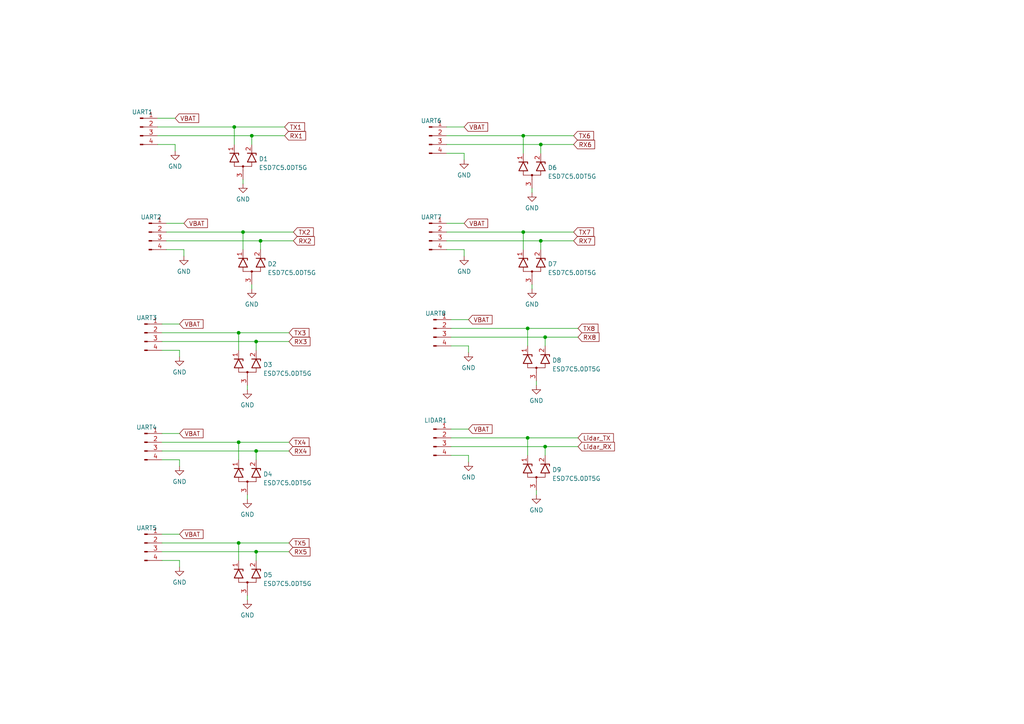
<source format=kicad_sch>
(kicad_sch (version 20231120) (generator "eeschema") (generator_version "8.0")
  (paper "A4")
  (lib_symbols
    (symbol "Connector:Conn_01x04_Male" (pin_names (offset 1.016) hide)
      (property "Reference" "J" (at 0 5.08 0))
      (property "Value" "Conn_01x04_Male" (at 0 -7.62 0))
      (symbol "Conn_01x04_Male_1_1"
        (polyline (pts (xy 1.27 -5.08) (xy 0.8636 -5.08)) (stroke (width 0.1524)))
        (polyline (pts (xy 1.27 -2.54) (xy 0.8636 -2.54)) (stroke (width 0.1524)))
        (polyline (pts (xy 1.27 0) (xy 0.8636 0)) (stroke (width 0.1524)))
        (polyline (pts (xy 1.27 2.54) (xy 0.8636 2.54)) (stroke (width 0.1524)))
        (rectangle (start 0.8636 -4.953) (end 0 -5.207) (stroke (width 0.1524)) (fill (type outline)))
        (rectangle (start 0.8636 -2.413) (end 0 -2.667) (stroke (width 0.1524)) (fill (type outline)))
        (rectangle (start 0.8636 0.127) (end 0 -0.127) (stroke (width 0.1524)) (fill (type outline)))
        (rectangle (start 0.8636 2.667) (end 0 2.413) (stroke (width 0.1524)) (fill (type outline)))
        (pin passive line (at 5.08 2.54 180) (length 3.81) (name "Pin_1") (number "1"))
        (pin passive line (at 5.08 0 180) (length 3.81) (name "Pin_2") (number "2"))
        (pin passive line (at 5.08 -2.54 180) (length 3.81) (name "Pin_3") (number "3"))
        (pin passive line (at 5.08 -5.08 180) (length 3.81) (name "Pin_4") (number "4"))
      )
    )
    (symbol "Power_Protection:RCLAMP0582B" (pin_names hide)
      (property "Reference" "D" (at 0 5.08 0))
      (property "Value" "RCLAMP0582B" (at 0 -5.08 0))
      (symbol "RCLAMP0582B_0_1"
        (polyline (pts (xy -2.54 0) (xy -1.27 0)))
        (polyline (pts (xy -1.27 2.54) (xy -1.27 -2.54)))
        (polyline (pts (xy 0 2.54) (xy -1.27 2.54)) (stroke (width 0.1524)))
        (polyline (pts (xy 2.54 3.81) (xy 2.54 1.27) (xy 2.032 1.27)) (stroke (width 0.254)))
        (polyline (pts (xy 0 1.27) (xy 0 3.81) (xy 2.54 2.54) (xy 0 1.27)) (stroke (width 0.254)))
        (pin passive line (at -5.08 0 0) (length 2.54) (name "A") (number "3"))
      )
      (symbol "RCLAMP0582B_1_1"
        (circle (center -1.27 0) (radius 0.254) (fill (type outline)))
        (polyline (pts (xy 0 -2.54) (xy -1.27 -2.54)) (stroke (width 0.1524)))
        (polyline (pts (xy 2.54 -1.27) (xy 2.54 -3.81) (xy 2.032 -3.81)) (stroke (width 0.254)))
        (polyline (pts (xy 0 -3.81) (xy 0 -1.27) (xy 2.54 -2.54) (xy 0 -3.81)) (stroke (width 0.254)))
        (pin passive line (at 5.08 2.54 180) (length 2.54) (name "K1") (number "1"))
        (pin passive line (at 5.08 -2.54 180) (length 2.54) (name "K2") (number "2"))
      )
    )
    (symbol "power:GND" (power) (pin_names (offset 0))
      (property "Value" "GND" (at 0 -3.81 0))
      (symbol "GND_0_1"
        (polyline (pts (xy 0 0) (xy 0 -1.27) (xy 1.27 -1.27) (xy 0 -2.54) (xy -1.27 -1.27) (xy 0 -1.27)))
      )
      (symbol "GND_1_1"
        (pin power_in line (at 0 0 270) (length 0) hide (name "GND") (number "1"))
      )
    )
  )
  (junction (at 158.115 129.54))
  (junction (at 74.295 130.81))
  (junction (at 67.945 36.83))
  (junction (at 156.845 41.91))
  (junction (at 158.115 97.79))
  (junction (at 151.765 67.31))
  (junction (at 74.295 99.06))
  (junction (at 156.845 69.85))
  (junction (at 153.035 95.25))
  (junction (at 153.035 127))
  (junction (at 69.215 157.48))
  (junction (at 69.215 128.27))
  (junction (at 73.025 39.37))
  (junction (at 74.295 160.02))
  (junction (at 70.485 67.31))
  (junction (at 75.565 69.85))
  (junction (at 69.215 96.52))
  (junction (at 151.765 39.37))
  (wire (pts (xy 153.035 95.25) (xy 167.64 95.25)))
  (wire (pts (xy 69.215 157.48) (xy 69.215 162.56)))
  (wire (pts (xy 46.99 96.52) (xy 69.215 96.52)))
  (wire (pts (xy 71.755 113.03) (xy 71.755 111.76)))
  (wire (pts (xy 75.565 69.85) (xy 75.565 72.39)))
  (wire (pts (xy 69.215 96.52) (xy 83.82 96.52)))
  (wire (pts (xy 73.025 83.82) (xy 73.025 82.55)))
  (wire (pts (xy 156.845 41.91) (xy 166.37 41.91)))
  (wire (pts (xy 48.26 67.31) (xy 70.485 67.31)))
  (wire (pts (xy 73.025 39.37) (xy 73.025 41.91)))
  (wire (pts (xy 70.485 67.31) (xy 85.09 67.31)))
  (wire (pts (xy 134.62 72.39) (xy 129.54 72.39)))
  (wire (pts (xy 154.305 83.82) (xy 154.305 82.55)))
  (wire (pts (xy 158.115 129.54) (xy 158.115 132.08)))
  (wire (pts (xy 156.845 69.85) (xy 166.37 69.85)))
  (wire (pts (xy 134.62 74.295) (xy 134.62 72.39)))
  (wire (pts (xy 69.215 96.52) (xy 69.215 101.6)))
  (wire (pts (xy 130.81 97.79) (xy 158.115 97.79)))
  (wire (pts (xy 46.99 157.48) (xy 69.215 157.48)))
  (wire (pts (xy 46.99 93.98) (xy 52.07 93.98)))
  (wire (pts (xy 135.89 102.235) (xy 135.89 100.33)))
  (wire (pts (xy 74.295 99.06) (xy 74.295 101.6)))
  (wire (pts (xy 46.99 128.27) (xy 69.215 128.27)))
  (wire (pts (xy 156.845 41.91) (xy 156.845 44.45)))
  (wire (pts (xy 155.575 143.51) (xy 155.575 142.24)))
  (wire (pts (xy 48.26 64.77) (xy 53.34 64.77)))
  (wire (pts (xy 71.755 144.78) (xy 71.755 143.51)))
  (wire (pts (xy 50.8 41.91) (xy 45.72 41.91)))
  (wire (pts (xy 67.945 36.83) (xy 82.55 36.83)))
  (wire (pts (xy 151.765 39.37) (xy 151.765 44.45)))
  (wire (pts (xy 48.26 69.85) (xy 75.565 69.85)))
  (wire (pts (xy 50.8 43.815) (xy 50.8 41.91)))
  (wire (pts (xy 154.305 55.88) (xy 154.305 54.61)))
  (wire (pts (xy 69.215 157.48) (xy 83.82 157.48)))
  (wire (pts (xy 130.81 95.25) (xy 153.035 95.25)))
  (wire (pts (xy 74.295 130.81) (xy 83.82 130.81)))
  (wire (pts (xy 52.07 101.6) (xy 46.99 101.6)))
  (wire (pts (xy 129.54 39.37) (xy 151.765 39.37)))
  (wire (pts (xy 74.295 160.02) (xy 74.295 162.56)))
  (wire (pts (xy 70.485 53.34) (xy 70.485 52.07)))
  (wire (pts (xy 69.215 128.27) (xy 83.82 128.27)))
  (wire (pts (xy 71.755 173.99) (xy 71.755 172.72)))
  (wire (pts (xy 52.07 162.56) (xy 46.99 162.56)))
  (wire (pts (xy 129.54 41.91) (xy 156.845 41.91)))
  (wire (pts (xy 53.34 74.295) (xy 53.34 72.39)))
  (wire (pts (xy 134.62 46.355) (xy 134.62 44.45)))
  (wire (pts (xy 46.99 99.06) (xy 74.295 99.06)))
  (wire (pts (xy 75.565 69.85) (xy 85.09 69.85)))
  (wire (pts (xy 52.07 103.505) (xy 52.07 101.6)))
  (wire (pts (xy 135.89 133.985) (xy 135.89 132.08)))
  (wire (pts (xy 45.72 34.29) (xy 50.8 34.29)))
  (wire (pts (xy 153.035 95.25) (xy 153.035 100.33)))
  (wire (pts (xy 151.765 67.31) (xy 151.765 72.39)))
  (wire (pts (xy 134.62 44.45) (xy 129.54 44.45)))
  (wire (pts (xy 67.945 36.83) (xy 67.945 41.91)))
  (wire (pts (xy 155.575 111.76) (xy 155.575 110.49)))
  (wire (pts (xy 70.485 67.31) (xy 70.485 72.39)))
  (wire (pts (xy 130.81 124.46) (xy 135.89 124.46)))
  (wire (pts (xy 74.295 99.06) (xy 83.82 99.06)))
  (wire (pts (xy 135.89 100.33) (xy 130.81 100.33)))
  (wire (pts (xy 46.99 125.73) (xy 52.07 125.73)))
  (wire (pts (xy 46.99 130.81) (xy 74.295 130.81)))
  (wire (pts (xy 74.295 160.02) (xy 83.82 160.02)))
  (wire (pts (xy 130.81 129.54) (xy 158.115 129.54)))
  (wire (pts (xy 158.115 97.79) (xy 167.64 97.79)))
  (wire (pts (xy 158.115 97.79) (xy 158.115 100.33)))
  (wire (pts (xy 45.72 39.37) (xy 73.025 39.37)))
  (wire (pts (xy 45.72 36.83) (xy 67.945 36.83)))
  (wire (pts (xy 74.295 130.81) (xy 74.295 133.35)))
  (wire (pts (xy 69.215 128.27) (xy 69.215 133.35)))
  (wire (pts (xy 52.07 135.255) (xy 52.07 133.35)))
  (wire (pts (xy 151.765 39.37) (xy 166.37 39.37)))
  (wire (pts (xy 73.025 39.37) (xy 82.55 39.37)))
  (wire (pts (xy 52.07 133.35) (xy 46.99 133.35)))
  (wire (pts (xy 130.81 127) (xy 153.035 127)))
  (wire (pts (xy 130.81 92.71) (xy 135.89 92.71)))
  (wire (pts (xy 129.54 67.31) (xy 151.765 67.31)))
  (wire (pts (xy 129.54 69.85) (xy 156.845 69.85)))
  (wire (pts (xy 46.99 160.02) (xy 74.295 160.02)))
  (wire (pts (xy 135.89 132.08) (xy 130.81 132.08)))
  (wire (pts (xy 153.035 127) (xy 153.035 132.08)))
  (wire (pts (xy 129.54 36.83) (xy 134.62 36.83)))
  (wire (pts (xy 46.99 154.94) (xy 52.07 154.94)))
  (wire (pts (xy 153.035 127) (xy 167.64 127)))
  (wire (pts (xy 156.845 69.85) (xy 156.845 72.39)))
  (wire (pts (xy 53.34 72.39) (xy 48.26 72.39)))
  (wire (pts (xy 52.07 164.465) (xy 52.07 162.56)))
  (wire (pts (xy 158.115 129.54) (xy 167.64 129.54)))
  (wire (pts (xy 129.54 64.77) (xy 134.62 64.77)))
  (wire (pts (xy 151.765 67.31) (xy 166.37 67.31)))
  (global_label "Lidar_RX" (shape input) (at 167.64 129.54 0) (property "Intersheetrefs" "${INTERSHEET_REFS}" (effects (hide yes))))
  (global_label "VBAT" (shape input) (at 134.62 64.77 0) (property "Intersheetrefs" "${INTERSHEET_REFS}" (effects (hide yes))))
  (global_label "RX6" (shape input) (at 166.37 41.91 0) (property "Intersheetrefs" "${INTERSHEET_REFS}" (effects (hide yes))))
  (global_label "VBAT" (shape input) (at 134.62 36.83 0) (property "Intersheetrefs" "${INTERSHEET_REFS}" (effects (hide yes))))
  (global_label "RX2" (shape input) (at 85.09 69.85 0) (property "Intersheetrefs" "${INTERSHEET_REFS}" (effects (hide yes))))
  (global_label "RX4" (shape input) (at 83.82 130.81 0) (property "Intersheetrefs" "${INTERSHEET_REFS}" (effects (hide yes))))
  (global_label "VBAT" (shape input) (at 52.07 93.98 0) (property "Intersheetrefs" "${INTERSHEET_REFS}" (effects (hide yes))))
  (global_label "RX3" (shape input) (at 83.82 99.06 0) (property "Intersheetrefs" "${INTERSHEET_REFS}" (effects (hide yes))))
  (global_label "TX6" (shape input) (at 166.37 39.37 0) (property "Intersheetrefs" "${INTERSHEET_REFS}" (effects (hide yes))))
  (global_label "RX1" (shape input) (at 82.55 39.37 0) (property "Intersheetrefs" "${INTERSHEET_REFS}" (effects (hide yes))))
  (global_label "TX3" (shape input) (at 83.82 96.52 0) (property "Intersheetrefs" "${INTERSHEET_REFS}" (effects (hide yes))))
  (global_label "VBAT" (shape input) (at 135.89 92.71 0) (property "Intersheetrefs" "${INTERSHEET_REFS}" (effects (hide yes))))
  (global_label "TX7" (shape input) (at 166.37 67.31 0) (property "Intersheetrefs" "${INTERSHEET_REFS}" (effects (hide yes))))
  (global_label "TX5" (shape input) (at 83.82 157.48 0) (property "Intersheetrefs" "${INTERSHEET_REFS}" (effects (hide yes))))
  (global_label "VBAT" (shape input) (at 52.07 125.73 0) (property "Intersheetrefs" "${INTERSHEET_REFS}" (effects (hide yes))))
  (global_label "RX7" (shape input) (at 166.37 69.85 0) (property "Intersheetrefs" "${INTERSHEET_REFS}" (effects (hide yes))))
  (global_label "RX5" (shape input) (at 83.82 160.02 0) (property "Intersheetrefs" "${INTERSHEET_REFS}" (effects (hide yes))))
  (global_label "TX1" (shape input) (at 82.55 36.83 0) (property "Intersheetrefs" "${INTERSHEET_REFS}" (effects (hide yes))))
  (global_label "VBAT" (shape input) (at 135.89 124.46 0) (property "Intersheetrefs" "${INTERSHEET_REFS}" (effects (hide yes))))
  (global_label "Lidar_TX" (shape input) (at 167.64 127 0) (property "Intersheetrefs" "${INTERSHEET_REFS}" (effects (hide yes))))
  (global_label "RX8" (shape input) (at 167.64 97.79 0) (property "Intersheetrefs" "${INTERSHEET_REFS}" (effects (hide yes))))
  (global_label "VBAT" (shape input) (at 52.07 154.94 0) (property "Intersheetrefs" "${INTERSHEET_REFS}" (effects (hide yes))))
  (global_label "VBAT" (shape input) (at 53.34 64.77 0) (property "Intersheetrefs" "${INTERSHEET_REFS}" (effects (hide yes))))
  (global_label "TX8" (shape input) (at 167.64 95.25 0) (property "Intersheetrefs" "${INTERSHEET_REFS}" (effects (hide yes))))
  (global_label "TX2" (shape input) (at 85.09 67.31 0) (property "Intersheetrefs" "${INTERSHEET_REFS}" (effects (hide yes))))
  (global_label "TX4" (shape input) (at 83.82 128.27 0) (property "Intersheetrefs" "${INTERSHEET_REFS}" (effects (hide yes))))
  (global_label "VBAT" (shape input) (at 50.8 34.29 0) (property "Intersheetrefs" "${INTERSHEET_REFS}" (effects (hide yes))))
  (symbol (lib_id "power:GND") (at 52.07 135.255 0) (unit 1)
    (property "Reference" "#PWR09" (effects (hide yes)))
    (property "Value" "GND" (at 52.07 139.6984 0))
  )
  (symbol (lib_id "Power_Protection:RCLAMP0582B") (at 154.305 49.53 90) (unit 1)
    (property "Reference" "D6" (at 158.877 48.6318 90) (effects (justify right)))
    (property "Value" "ESD7C5.0DT5G" (at 158.877 51.1687 90) (effects (justify right)))
    (property "Footprint" "Package_TO_SOT_SMD:SOT-416" (effects (hide yes)))
    (property "Datasheet" "https://www.mouser.fr/datasheet/2/308/1/ESD7C3_3D_D-2311593.pdf" (effects (hide yes)))
    (property "Mouser Part Number" "863-ESD7C5.0DT5G" (effects (hide yes)))
  )
  (symbol (lib_id "Power_Protection:RCLAMP0582B") (at 155.575 105.41 90) (unit 1)
    (property "Reference" "D8" (at 160.147 104.5118 90) (effects (justify right)))
    (property "Value" "ESD7C5.0DT5G" (at 160.147 107.0487 90) (effects (justify right)))
    (property "Footprint" "Package_TO_SOT_SMD:SOT-416" (effects (hide yes)))
    (property "Datasheet" "https://www.mouser.fr/datasheet/2/308/1/ESD7C3_3D_D-2311593.pdf" (effects (hide yes)))
    (property "Mouser Part Number" "863-ESD7C5.0DT5G" (effects (hide yes)))
  )
  (symbol (lib_id "Connector:Conn_01x04_Male") (at 125.73 95.25 0) (unit 1)
    (property "Reference" "UART8" (at 126.365 90.9137 0))
    (property "Value" "Conn_01x04_Male" (effects (hide yes)))
    (property "Footprint" "Connector_JST:JST_XH_B4B-XH-A_1x04_P2.50mm_Vertical" (effects (hide yes)))
  )
  (symbol (lib_id "power:GND") (at 154.305 55.88 0) (unit 1)
    (property "Reference" "#PWR014" (effects (hide yes)))
    (property "Value" "GND" (at 154.305 60.3234 0))
  )
  (symbol (lib_id "power:GND") (at 73.025 83.82 0) (unit 1)
    (property "Reference" "#PWR06" (effects (hide yes)))
    (property "Value" "GND" (at 73.025 88.2634 0))
  )
  (symbol (lib_id "Connector:Conn_01x04_Male") (at 124.46 39.37 0) (unit 1)
    (property "Reference" "UART6" (at 125.095 35.0337 0))
    (property "Value" "Conn_01x04_Male" (effects (hide yes)))
    (property "Footprint" "Connector_JST:JST_XH_B4B-XH-A_1x04_P2.50mm_Vertical" (effects (hide yes)))
  )
  (symbol (lib_id "power:GND") (at 50.8 43.815 0) (unit 1)
    (property "Reference" "#PWR03" (effects (hide yes)))
    (property "Value" "GND" (at 50.8 48.2584 0))
  )
  (symbol (lib_id "power:GND") (at 53.34 74.295 0) (unit 1)
    (property "Reference" "#PWR05" (effects (hide yes)))
    (property "Value" "GND" (at 53.34 78.7384 0))
  )
  (symbol (lib_id "power:GND") (at 134.62 46.355 0) (unit 1)
    (property "Reference" "#PWR013" (effects (hide yes)))
    (property "Value" "GND" (at 134.62 50.7984 0))
  )
  (symbol (lib_id "power:GND") (at 71.755 113.03 0) (unit 1)
    (property "Reference" "#PWR08" (effects (hide yes)))
    (property "Value" "GND" (at 71.755 117.4734 0))
  )
  (symbol (lib_id "Connector:Conn_01x04_Male") (at 124.46 67.31 0) (unit 1)
    (property "Reference" "UART7" (at 125.095 62.9737 0))
    (property "Value" "Conn_01x04_Male" (effects (hide yes)))
    (property "Footprint" "Connector_JST:JST_XH_B4B-XH-A_1x04_P2.50mm_Vertical" (effects (hide yes)))
  )
  (symbol (lib_id "Power_Protection:RCLAMP0582B") (at 71.755 167.64 90) (unit 1)
    (property "Reference" "D5" (at 76.327 166.7418 90) (effects (justify right)))
    (property "Value" "ESD7C5.0DT5G" (at 76.327 169.2787 90) (effects (justify right)))
    (property "Footprint" "Package_TO_SOT_SMD:SOT-416" (effects (hide yes)))
    (property "Datasheet" "https://www.mouser.fr/datasheet/2/308/1/ESD7C3_3D_D-2311593.pdf" (effects (hide yes)))
    (property "Mouser Part Number" "863-ESD7C5.0DT5G" (effects (hide yes)))
  )
  (symbol (lib_id "Connector:Conn_01x04_Male") (at 41.91 128.27 0) (unit 1)
    (property "Reference" "UART4" (at 42.545 123.9337 0))
    (property "Value" "Conn_01x04_Male" (effects (hide yes)))
    (property "Footprint" "Connector_JST:JST_XH_B4B-XH-A_1x04_P2.50mm_Vertical" (effects (hide yes)))
  )
  (symbol (lib_id "power:GND") (at 134.62 74.295 0) (unit 1)
    (property "Reference" "#PWR015" (effects (hide yes)))
    (property "Value" "GND" (at 134.62 78.7384 0))
  )
  (symbol (lib_id "power:GND") (at 135.89 133.985 0) (unit 1)
    (property "Reference" "#PWR019" (effects (hide yes)))
    (property "Value" "GND" (at 135.89 138.4284 0))
  )
  (symbol (lib_id "Power_Protection:RCLAMP0582B") (at 71.755 106.68 90) (unit 1)
    (property "Reference" "D3" (at 76.327 105.7818 90) (effects (justify right)))
    (property "Value" "ESD7C5.0DT5G" (at 76.327 108.3187 90) (effects (justify right)))
    (property "Footprint" "Package_TO_SOT_SMD:SOT-416" (effects (hide yes)))
    (property "Datasheet" "https://www.mouser.fr/datasheet/2/308/1/ESD7C3_3D_D-2311593.pdf" (effects (hide yes)))
    (property "Mouser Part Number" "863-ESD7C5.0DT5G" (effects (hide yes)))
  )
  (symbol (lib_id "Connector:Conn_01x04_Male") (at 41.91 157.48 0) (unit 1)
    (property "Reference" "UART5" (at 42.545 153.1437 0))
    (property "Value" "Conn_01x04_Male" (effects (hide yes)))
    (property "Footprint" "Connector_JST:JST_XH_B4B-XH-A_1x04_P2.50mm_Vertical" (effects (hide yes)))
  )
  (symbol (lib_id "power:GND") (at 135.89 102.235 0) (unit 1)
    (property "Reference" "#PWR017" (effects (hide yes)))
    (property "Value" "GND" (at 135.89 106.6784 0))
  )
  (symbol (lib_id "power:GND") (at 155.575 111.76 0) (unit 1)
    (property "Reference" "#PWR018" (effects (hide yes)))
    (property "Value" "GND" (at 155.575 116.2034 0))
  )
  (symbol (lib_id "Connector:Conn_01x04_Male") (at 41.91 96.52 0) (unit 1)
    (property "Reference" "UART3" (at 42.545 92.1837 0))
    (property "Value" "Conn_01x04_Male" (effects (hide yes)))
    (property "Footprint" "Connector_JST:JST_XH_B4B-XH-A_1x04_P2.50mm_Vertical" (effects (hide yes)))
  )
  (symbol (lib_id "power:GND") (at 70.485 53.34 0) (unit 1)
    (property "Reference" "#PWR04" (effects (hide yes)))
    (property "Value" "GND" (at 70.485 57.7834 0))
  )
  (symbol (lib_id "Power_Protection:RCLAMP0582B") (at 154.305 77.47 90) (unit 1)
    (property "Reference" "D7" (at 158.877 76.5718 90) (effects (justify right)))
    (property "Value" "ESD7C5.0DT5G" (at 158.877 79.1087 90) (effects (justify right)))
    (property "Footprint" "Package_TO_SOT_SMD:SOT-416" (effects (hide yes)))
    (property "Datasheet" "https://www.mouser.fr/datasheet/2/308/1/ESD7C3_3D_D-2311593.pdf" (effects (hide yes)))
    (property "Mouser Part Number" "863-ESD7C5.0DT5G" (effects (hide yes)))
  )
  (symbol (lib_id "power:GND") (at 155.575 143.51 0) (unit 1)
    (property "Reference" "#PWR020" (effects (hide yes)))
    (property "Value" "GND" (at 155.575 147.9534 0))
  )
  (symbol (lib_id "power:GND") (at 71.755 173.99 0) (unit 1)
    (property "Reference" "#PWR012" (effects (hide yes)))
    (property "Value" "GND" (at 71.755 178.4334 0))
  )
  (symbol (lib_id "Connector:Conn_01x04_Male") (at 40.64 36.83 0) (unit 1)
    (property "Reference" "UART1" (at 41.275 32.4937 0))
    (property "Value" "Conn_01x04_Male" (effects (hide yes)))
    (property "Footprint" "Connector_JST:JST_XH_B4B-XH-A_1x04_P2.50mm_Vertical" (effects (hide yes)))
  )
  (symbol (lib_id "Power_Protection:RCLAMP0582B") (at 71.755 138.43 90) (unit 1)
    (property "Reference" "D4" (at 76.327 137.5318 90) (effects (justify right)))
    (property "Value" "ESD7C5.0DT5G" (at 76.327 140.0687 90) (effects (justify right)))
    (property "Footprint" "Package_TO_SOT_SMD:SOT-416" (effects (hide yes)))
    (property "Datasheet" "https://www.mouser.fr/datasheet/2/308/1/ESD7C3_3D_D-2311593.pdf" (effects (hide yes)))
    (property "Mouser Part Number" "863-ESD7C5.0DT5G" (effects (hide yes)))
  )
  (symbol (lib_id "Connector:Conn_01x04_Male") (at 43.18 67.31 0) (unit 1)
    (property "Reference" "UART2" (at 43.815 62.9737 0))
    (property "Value" "Conn_01x04_Male" (effects (hide yes)))
    (property "Footprint" "Connector_JST:JST_XH_B4B-XH-A_1x04_P2.50mm_Vertical" (effects (hide yes)))
  )
  (symbol (lib_id "Power_Protection:RCLAMP0582B") (at 155.575 137.16 90) (unit 1)
    (property "Reference" "D9" (at 160.147 136.2618 90) (effects (justify right)))
    (property "Value" "ESD7C5.0DT5G" (at 160.147 138.7987 90) (effects (justify right)))
    (property "Footprint" "Package_TO_SOT_SMD:SOT-416" (effects (hide yes)))
    (property "Datasheet" "https://www.mouser.fr/datasheet/2/308/1/ESD7C3_3D_D-2311593.pdf" (effects (hide yes)))
    (property "Mouser Part Number" "863-ESD7C5.0DT5G" (effects (hide yes)))
  )
  (symbol (lib_id "power:GND") (at 154.305 83.82 0) (unit 1)
    (property "Reference" "#PWR016" (effects (hide yes)))
    (property "Value" "GND" (at 154.305 88.2634 0))
  )
  (symbol (lib_id "Power_Protection:RCLAMP0582B") (at 70.485 46.99 90) (unit 1)
    (property "Reference" "D1" (at 75.057 46.0918 90) (effects (justify right)))
    (property "Value" "ESD7C5.0DT5G" (at 75.057 48.6287 90) (effects (justify right)))
    (property "Footprint" "Package_TO_SOT_SMD:SOT-416" (effects (hide yes)))
    (property "Datasheet" "https://www.mouser.fr/datasheet/2/308/1/ESD7C3_3D_D-2311593.pdf" (effects (hide yes)))
    (property "Mouser Part Number" "863-ESD7C5.0DT5G" (effects (hide yes)))
  )
  (symbol (lib_id "power:GND") (at 71.755 144.78 0) (unit 1)
    (property "Reference" "#PWR010" (effects (hide yes)))
    (property "Value" "GND" (at 71.755 149.2234 0))
  )
  (symbol (lib_id "Connector:Conn_01x04_Male") (at 125.73 127 0) (unit 1)
    (property "Reference" "LIDAR1" (at 126.365 121.92 0))
    (property "Value" "Conn_01x04_Male" (effects (hide yes)))
    (property "Footprint" "Connector_JST:JST_XH_B4B-XH-A_1x04_P2.50mm_Vertical" (effects (hide yes)))
  )
  (symbol (lib_id "Power_Protection:RCLAMP0582B") (at 73.025 77.47 90) (unit 1)
    (property "Reference" "D2" (at 77.597 76.5718 90) (effects (justify right)))
    (property "Value" "ESD7C5.0DT5G" (at 77.597 79.1087 90) (effects (justify right)))
    (property "Footprint" "Package_TO_SOT_SMD:SOT-416" (effects (hide yes)))
    (property "Datasheet" "https://www.mouser.fr/datasheet/2/308/1/ESD7C3_3D_D-2311593.pdf" (effects (hide yes)))
    (property "Mouser Part Number" "863-ESD7C5.0DT5G" (effects (hide yes)))
  )
  (symbol (lib_id "power:GND") (at 52.07 103.505 0) (unit 1)
    (property "Reference" "#PWR07" (effects (hide yes)))
    (property "Value" "GND" (at 52.07 107.9484 0))
  )
  (symbol (lib_id "power:GND") (at 52.07 164.465 0) (unit 1)
    (property "Reference" "#PWR011" (effects (hide yes)))
    (property "Value" "GND" (at 52.07 168.9084 0))
  )
)
</source>
